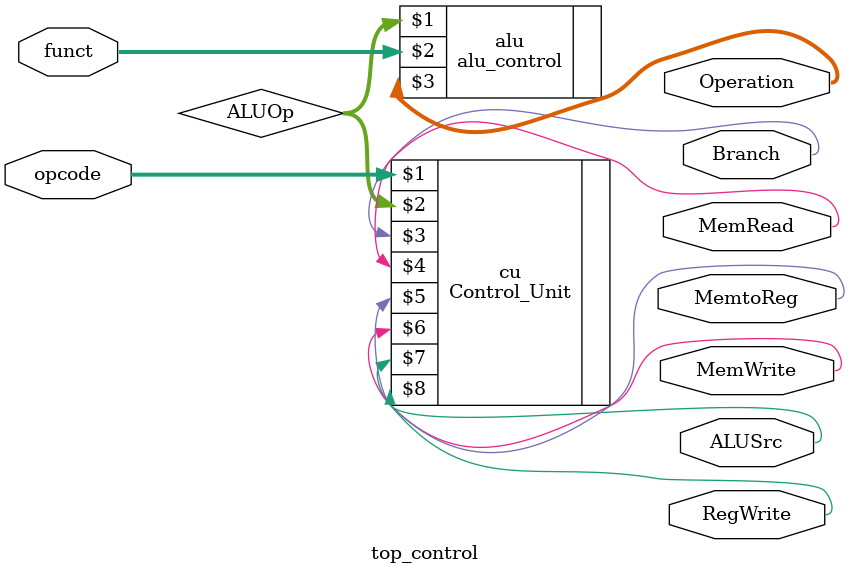
<source format=v>
module top_control(
    input [6:0] opcode,           
    input [3:0] funct,           
    output Branch, MemRead, MemtoReg, MemWrite, ALUSrc, RegWrite,             
    output [3:0] Operation        
    );
    
    wire [1:0] ALUOp;  
    
    Control_Unit cu(opcode, ALUOp, Branch, MemRead, MemtoReg, MemWrite, ALUSrc, RegWrite);
    
    alu_control alu(ALUOp, funct, Operation);
    
endmodule

</source>
